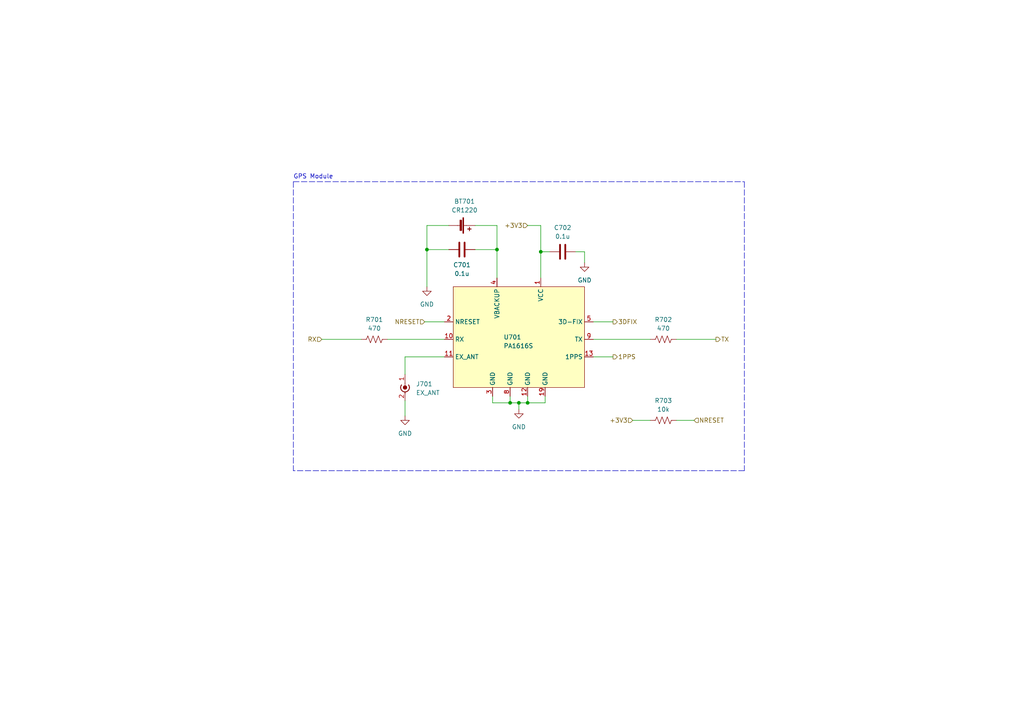
<source format=kicad_sch>
(kicad_sch (version 20211123) (generator eeschema)
  (paper "A4")
  (lib_symbols
    (symbol "Connector:Conn_Coaxial_Power" (pin_names (offset 1.016) hide)
      (property "Reference" "J" (at -5.08 -1.27 90))
      (property "Value" "Conn_Coaxial_Power" (at -3.175 -1.27 90))
      (symbol "Conn_Coaxial_Power_0_1"
        (arc (start -1.27 -1.27) (mid 0 -2.54) (end 1.27 -1.27) (stroke (width 0.254)))
        (arc (start -1.016 -0.508) (mid -1.2048 -0.8684) (end -1.27 -1.27) (stroke (width 0.254)))
        (circle (center 0 -1.27) (radius 0.508) (stroke (width 0.2032)) (fill (type outline)))
        (polyline (pts (xy 0 -2.54) (xy 0 -3.048)))
        (polyline (pts (xy 0 0) (xy 0 -1.27)))
        (arc (start 1.27 -1.27) (mid 1.2048 -0.8684) (end 1.016 -0.508) (stroke (width 0.254)))
      )
      (symbol "Conn_Coaxial_Power_1_1"
        (pin passive line (at 0 2.54 270) (length 2.54) (name "In") (number "1"))
        (pin passive line (at 0 -5.08 90) (length 2.54) (name "Ext") (number "2"))
      )
    )
    (symbol "Device:Battery_Cell" (pin_numbers hide) (pin_names (offset 0) hide)
      (property "Reference" "BT" (at 2.54 2.54 0))
      (property "Value" "Battery_Cell" (at 2.54 0 0))
      (symbol "Battery_Cell_0_1"
        (rectangle (start -2.286 1.778) (end 2.286 1.524) (fill (type outline)))
        (rectangle (start -1.5748 1.1938) (end 1.4732 0.6858) (fill (type outline)))
        (polyline (pts (xy 0 0.762) (xy 0 0)))
        (polyline (pts (xy 0 1.778) (xy 0 2.54)))
        (polyline (pts (xy 0.508 3.429) (xy 1.524 3.429)) (stroke (width 0.254)))
        (polyline (pts (xy 1.016 3.937) (xy 1.016 2.921)) (stroke (width 0.254)))
      )
      (symbol "Battery_Cell_1_1"
        (pin passive line (at 0 5.08 270) (length 2.54) (name "+") (number "1"))
        (pin passive line (at 0 -2.54 90) (length 2.54) (name "-") (number "2"))
      )
    )
    (symbol "Device:C" (pin_numbers hide) (pin_names (offset 0.254))
      (property "Reference" "C" (at 0.635 2.54 0))
      (property "Value" "C" (at 0.635 -2.54 0))
      (symbol "C_0_1"
        (polyline (pts (xy -2.032 -0.762) (xy 2.032 -0.762)) (stroke (width 0.508)))
        (polyline (pts (xy -2.032 0.762) (xy 2.032 0.762)) (stroke (width 0.508)))
      )
      (symbol "C_1_1"
        (pin passive line (at 0 3.81 270) (length 2.794) (name "~") (number "1"))
        (pin passive line (at 0 -3.81 90) (length 2.794) (name "~") (number "2"))
      )
    )
    (symbol "Device:R_US" (pin_numbers hide) (pin_names (offset 0))
      (property "Reference" "R" (at 2.54 0 90))
      (property "Value" "R_US" (at -2.54 0 90))
      (symbol "R_US_0_1"
        (polyline (pts (xy 0 -2.286) (xy 0 -2.54)))
        (polyline (pts (xy 0 2.286) (xy 0 2.54)))
        (polyline (pts (xy 0 -0.762) (xy 1.016 -1.143) (xy 0 -1.524) (xy -1.016 -1.905) (xy 0 -2.286)))
        (polyline (pts (xy 0 0.762) (xy 1.016 0.381) (xy 0 0) (xy -1.016 -0.381) (xy 0 -0.762)))
        (polyline (pts (xy 0 2.286) (xy 1.016 1.905) (xy 0 1.524) (xy -1.016 1.143) (xy 0 0.762)))
      )
      (symbol "R_US_1_1"
        (pin passive line (at 0 3.81 270) (length 1.27) (name "~") (number "1"))
        (pin passive line (at 0 -3.81 90) (length 1.27) (name "~") (number "2"))
      )
    )
    (symbol "GAINS_PCB_SYMBOLS:PA1616S" (in_bom no) (on_board no)
      (property "Reference" "U" (at 0 1.27 0))
      (property "Value" "PA1616S" (at 0 -1.27 0))
      (symbol "PA1616S_0_1"
        (rectangle (start -19.05 15.24) (end 19.05 -13.97) (fill (type background)))
      )
      (symbol "PA1616S_1_1"
        (pin power_in line (at 6.35 17.78 270) (length 2.54) (name "VCC") (number "1"))
        (pin input line (at -21.59 0 0) (length 2.54) (name "RX") (number "10"))
        (pin input line (at -21.59 -5.08 0) (length 2.54) (name "EX_ANT") (number "11"))
        (pin passive line (at 2.54 -16.51 90) (length 2.54) (name "GND") (number "12"))
        (pin output line (at 21.59 -5.08 180) (length 2.54) (name "1PPS") (number "13"))
        (pin passive line (at 7.62 -16.51 90) (length 2.54) (name "GND") (number "19"))
        (pin input line (at -21.59 5.08 0) (length 2.54) (name "NRESET") (number "2"))
        (pin passive line (at -7.62 -16.51 90) (length 2.54) (name "GND") (number "3"))
        (pin power_in line (at -6.35 17.78 270) (length 2.54) (name "VBACKUP") (number "4"))
        (pin output line (at 21.59 5.08 180) (length 2.54) (name "3D-FIX") (number "5"))
        (pin passive line (at -2.54 -16.51 90) (length 2.54) (name "GND") (number "8"))
        (pin output line (at 21.59 0 180) (length 2.54) (name "TX") (number "9"))
      )
    )
    (symbol "power:GND" (power) (pin_names (offset 0))
      (property "Value" "GND" (at 0 -3.81 0))
      (symbol "GND_0_1"
        (polyline (pts (xy 0 0) (xy 0 -1.27) (xy 1.27 -1.27) (xy 0 -2.54) (xy -1.27 -1.27) (xy 0 -1.27)))
      )
      (symbol "GND_1_1"
        (pin power_in line (at 0 0 270) (length 0) hide (name "GND") (number "1"))
      )
    )
  )
  (junction (at 153.035 116.84))
  (junction (at 123.825 72.39))
  (junction (at 150.495 116.84))
  (junction (at 147.955 116.84))
  (junction (at 144.145 72.39))
  (junction (at 156.845 73.025))
  (wire (pts (xy 172.085 103.505) (xy 177.8 103.505)))
  (wire (pts (xy 172.085 98.425) (xy 188.595 98.425)))
  (wire (pts (xy 156.845 73.025) (xy 159.385 73.025)))
  (wire (pts (xy 117.475 103.505) (xy 117.475 108.585)))
  (wire (pts (xy 172.085 93.345) (xy 177.8 93.345)))
  (wire (pts (xy 123.825 65.405) (xy 130.175 65.405)))
  (wire (pts (xy 123.825 72.39) (xy 123.825 83.185)))
  (wire (pts (xy 137.795 65.405) (xy 144.145 65.405)))
  (wire (pts (xy 147.955 114.935) (xy 147.955 116.84)))
  (wire (pts (xy 183.515 121.92) (xy 188.595 121.92)))
  (polyline (pts (xy 215.9 52.705) (xy 215.9 136.525)))
  (wire (pts (xy 156.845 65.405) (xy 156.845 73.025)))
  (wire (pts (xy 137.795 72.39) (xy 144.145 72.39)))
  (wire (pts (xy 167.005 73.025) (xy 169.545 73.025)))
  (wire (pts (xy 153.035 114.935) (xy 153.035 116.84)))
  (wire (pts (xy 144.145 72.39) (xy 144.145 80.645)))
  (polyline (pts (xy 215.9 136.525) (xy 85.09 136.525)))
  (wire (pts (xy 128.905 103.505) (xy 117.475 103.505)))
  (wire (pts (xy 207.645 98.425) (xy 196.215 98.425)))
  (wire (pts (xy 112.395 98.425) (xy 128.905 98.425)))
  (wire (pts (xy 93.345 98.425) (xy 104.775 98.425)))
  (wire (pts (xy 142.875 114.935) (xy 142.875 116.84)))
  (wire (pts (xy 196.215 121.92) (xy 201.295 121.92)))
  (polyline (pts (xy 85.09 52.705) (xy 85.09 136.525)))
  (wire (pts (xy 123.825 65.405) (xy 123.825 72.39)))
  (wire (pts (xy 169.545 73.025) (xy 169.545 76.2)))
  (wire (pts (xy 156.845 73.025) (xy 156.845 80.645)))
  (wire (pts (xy 144.145 65.405) (xy 144.145 72.39)))
  (wire (pts (xy 123.825 72.39) (xy 130.175 72.39)))
  (wire (pts (xy 153.035 65.405) (xy 156.845 65.405)))
  (wire (pts (xy 142.875 116.84) (xy 147.955 116.84)))
  (wire (pts (xy 123.19 93.345) (xy 128.905 93.345)))
  (polyline (pts (xy 85.09 52.705) (xy 215.9 52.705)))
  (wire (pts (xy 147.955 116.84) (xy 150.495 116.84)))
  (wire (pts (xy 153.035 116.84) (xy 158.115 116.84)))
  (wire (pts (xy 150.495 116.84) (xy 150.495 118.745)))
  (wire (pts (xy 117.475 116.205) (xy 117.475 120.65)))
  (wire (pts (xy 158.115 114.935) (xy 158.115 116.84)))
  (wire (pts (xy 150.495 116.84) (xy 153.035 116.84)))
  (text "GPS Module" (at 85.09 52.07 0) (effects (font (size 1.27 1.27)) (justify left bottom)))
  (hierarchical_label "1PPS" (shape output) (at 177.8 103.505 0))
  (hierarchical_label "TX" (shape output) (at 207.645 98.425 0))
  (hierarchical_label "+3V3" (shape input) (at 153.035 65.405 180))
  (hierarchical_label "+3V3" (shape input) (at 183.515 121.92 180))
  (hierarchical_label "NRESET" (shape input) (at 201.295 121.92 0))
  (hierarchical_label "RX" (shape input) (at 93.345 98.425 180))
  (hierarchical_label "3DFIX" (shape output) (at 177.8 93.345 0))
  (hierarchical_label "NRESET" (shape input) (at 123.19 93.345 180))
  (symbol (lib_id "power:GND") (at 117.475 120.65 0) (unit 1)
    (property "Reference" "#PWR0701" (effects hide))
    (property "Value" "GND" (at 117.475 125.73 0))
  )
  (symbol (lib_id "Device:C") (at 163.195 73.025 90) (unit 1)
    (property "Reference" "C702" (at 163.195 66.04 90))
    (property "Value" "0.1u" (at 163.195 68.58 90))
  )
  (symbol (lib_id "Device:Battery_Cell") (at 132.715 65.405 270) (unit 1)
    (property "Reference" "BT701" (at 134.747 58.42 90))
    (property "Value" "CR1220" (at 134.747 60.96 90))
  )
  (symbol (lib_id "Connector:Conn_Coaxial_Power") (at 117.475 111.125 0) (unit 1)
    (property "Reference" "J701" (at 120.65 111.3789 0) (effects (justify left)))
    (property "Value" "EX_ANT" (at 120.65 113.9189 0) (effects (justify left)))
  )
  (symbol (lib_id "Device:R_US") (at 192.405 98.425 90) (unit 1)
    (property "Reference" "R702" (at 192.405 92.71 90))
    (property "Value" "470" (at 192.405 95.25 90))
  )
  (symbol (lib_id "power:GND") (at 150.495 118.745 0) (unit 1)
    (property "Reference" "#PWR0703" (effects hide))
    (property "Value" "GND" (at 150.495 123.825 0))
  )
  (symbol (lib_id "power:GND") (at 123.825 83.185 0) (unit 1)
    (property "Reference" "#PWR0702" (effects hide))
    (property "Value" "GND" (at 123.825 88.265 0))
  )
  (symbol (lib_id "power:GND") (at 169.545 76.2 0) (unit 1)
    (property "Reference" "#PWR0704" (effects hide))
    (property "Value" "GND" (at 169.545 81.28 0))
  )
  (symbol (lib_id "GAINS_PCB_SYMBOLS:PA1616S") (at 150.495 98.425 0) (unit 1) (in_bom no) (on_board no)
    (property "Reference" "U701" (at 146.05 97.79 0) (effects (justify left)))
    (property "Value" "PA1616S" (at 146.05 100.33 0) (effects (justify left)))
    (property "Datasheet" "https://cdn-shop.adafruit.com/product-files/746/CD+PA1616S+Datasheet.v03.pdf" (effects hide))
  )
  (symbol (lib_id "Device:R_US") (at 108.585 98.425 90) (unit 1)
    (property "Reference" "R701" (at 108.585 92.71 90))
    (property "Value" "470" (at 108.585 95.25 90))
  )
  (symbol (lib_id "Device:C") (at 133.985 72.39 90) (unit 1)
    (property "Reference" "C701" (at 133.985 76.835 90))
    (property "Value" "0.1u" (at 133.985 79.375 90))
  )
  (symbol (lib_id "Device:R_US") (at 192.405 121.92 90) (unit 1)
    (property "Reference" "R703" (at 192.405 116.205 90))
    (property "Value" "10k" (at 192.405 118.745 90))
  )
)
</source>
